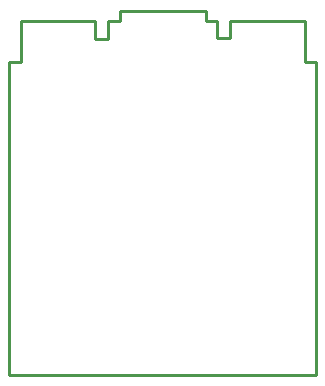
<source format=gbr>
%TF.GenerationSoftware,KiCad,Pcbnew,9.0.4*%
%TF.CreationDate,2025-09-22T12:22:06+02:00*%
%TF.ProjectId,rp2350_gpio_card,72703233-3530-45f6-9770-696f5f636172,X1*%
%TF.SameCoordinates,Original*%
%TF.FileFunction,Profile,NP*%
%FSLAX46Y46*%
G04 Gerber Fmt 4.6, Leading zero omitted, Abs format (unit mm)*
G04 Created by KiCad (PCBNEW 9.0.4) date 2025-09-22 12:22:06*
%MOMM*%
%LPD*%
G01*
G04 APERTURE LIST*
%TA.AperFunction,Profile*%
%ADD10C,0.254000*%
%TD*%
G04 APERTURE END LIST*
D10*
X99000000Y-53122000D02*
X97900000Y-53122000D01*
X116600000Y-55100000D02*
X116600000Y-81600000D01*
X90600000Y-55100000D02*
X90600000Y-81600000D01*
X109300000Y-53076000D02*
X109300000Y-51600000D01*
X97900000Y-53122000D02*
X97900000Y-51600000D01*
X109300000Y-51600000D02*
X115600000Y-51600000D01*
X91600000Y-55100000D02*
X91600000Y-51600000D01*
X90600000Y-81600000D02*
X116600000Y-81600000D01*
X108200000Y-53076000D02*
X109300000Y-53076000D01*
X97900000Y-51600000D02*
X91600000Y-51600000D01*
X115600000Y-55100000D02*
X116600000Y-55100000D01*
X115600000Y-55100000D02*
X115600000Y-51600000D01*
X90600000Y-55100000D02*
X91600000Y-55100000D01*
%TO.C,P1*%
X99000000Y-51593000D02*
X99000000Y-53117000D01*
X99950000Y-50742000D02*
X99950000Y-51593000D01*
X99950000Y-51593000D02*
X99000000Y-51593000D01*
X107250000Y-50742000D02*
X99950000Y-50742000D01*
X107250000Y-51593000D02*
X107250000Y-50742000D01*
X108200000Y-51593000D02*
X107250000Y-51593000D01*
X108200000Y-53071000D02*
X108200000Y-51593000D01*
%TD*%
M02*

</source>
